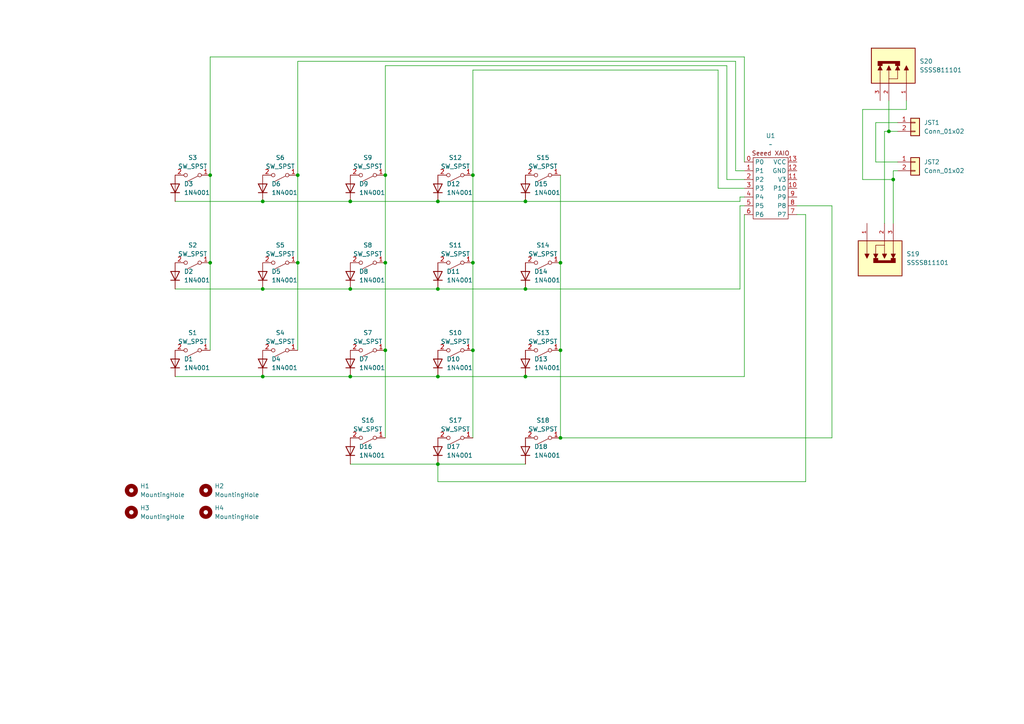
<source format=kicad_sch>
(kicad_sch (version 20231120) (generator "eeschema") (generator_version "8.0")
  (paper "A4")
  (lib_symbols
    (symbol "Connector_Generic:Conn_01x02" (pin_names (offset 1.016) hide)
      (property "Reference" "J" (at 0 2.54 0))
      (property "Value" "Conn_01x02" (at 0 -5.08 0))
      (symbol "Conn_01x02_1_1"
        (rectangle (start -1.27 -2.413) (end 0 -2.667) (stroke (width 0.1524)))
        (rectangle (start -1.27 0.127) (end 0 -0.127) (stroke (width 0.1524)))
        (rectangle (start -1.27 1.27) (end 1.27 -3.81) (stroke (width 0.254)) (fill (type background)))
        (pin passive line (at -5.08 0 0) (length 3.81) (name "Pin_1") (number "1"))
        (pin passive line (at -5.08 -2.54 0) (length 3.81) (name "Pin_2") (number "2"))
      )
    )
    (symbol "Diode:1N4001" (pin_numbers hide) (pin_names hide)
      (property "Reference" "D" (at 0 2.54 0))
      (property "Value" "1N4001" (at 0 -2.54 0))
      (symbol "1N4001_0_1"
        (polyline (pts (xy -1.27 1.27) (xy -1.27 -1.27)) (stroke (width 0.254)))
        (polyline (pts (xy 1.27 0) (xy -1.27 0)))
        (polyline (pts (xy 1.27 1.27) (xy 1.27 -1.27) (xy -1.27 0) (xy 1.27 1.27)) (stroke (width 0.254)))
      )
      (symbol "1N4001_1_1"
        (pin passive line (at -3.81 0 0) (length 2.54) (name "K") (number "1"))
        (pin passive line (at 3.81 0 180) (length 2.54) (name "A") (number "2"))
      )
    )
    (symbol "Mechanical:MountingHole" (pin_names (offset 1.016)) (exclude_from_sim yes) (in_bom no)
      (property "Reference" "H" (at 0 5.08 0))
      (property "Value" "MountingHole" (at 0 3.175 0))
      (symbol "MountingHole_0_1"
        (circle (center 0 0) (radius 1.27) (stroke (width 1.27)))
      )
    )
    (symbol "Switch:SW_SPST" (pin_names (offset 0) hide)
      (property "Reference" "SW" (at 0 3.175 0))
      (property "Value" "SW_SPST" (at 0 -2.54 0))
      (symbol "SW_SPST_0_0"
        (circle (center -2.032 0) (radius 0.508))
        (polyline (pts (xy -1.524 0.254) (xy 1.524 1.778)))
        (circle (center 2.032 0) (radius 0.508))
      )
      (symbol "SW_SPST_1_1"
        (pin passive line (at -5.08 0 0) (length 2.54) (name "A") (number "1"))
        (pin passive line (at 5.08 0 180) (length 2.54) (name "B") (number "2"))
      )
    )
    (symbol "clacken:Seeed_XAIO"
      (property "Reference" "U" (at 0 -10.16 0))
      (symbol "Seeed_XAIO_0_1"
        (rectangle (start -5.08 8.89) (end 5.08 -8.89))
      )
      (symbol "Seeed_XAIO_1_1"
        (text "Seeed XAIO" (at 0 10.16 0) (effects (font (size 1.27 1.27))))
        (pin bidirectional line (at -7.62 7.62 0) (length 2.54) (name "P0") (number "0"))
        (pin bidirectional line (at -7.62 5.08 0) (length 2.54) (name "P1") (number "1"))
        (pin bidirectional line (at 7.62 0 180) (length 2.54) (name "P10") (number "10"))
        (pin output line (at 7.62 2.54 180) (length 2.54) (name "V3") (number "11"))
        (pin output line (at 7.62 5.08 180) (length 2.54) (name "GND") (number "12"))
        (pin output line (at 7.62 7.62 180) (length 2.54) (name "VCC") (number "13"))
        (pin bidirectional line (at -7.62 2.54 0) (length 2.54) (name "P2") (number "2"))
        (pin bidirectional line (at -7.62 0 0) (length 2.54) (name "P3") (number "3"))
        (pin bidirectional line (at -7.62 -2.54 0) (length 2.54) (name "P4") (number "4"))
        (pin bidirectional line (at -7.62 -5.08 0) (length 2.54) (name "P5") (number "5"))
        (pin bidirectional line (at -7.62 -7.62 0) (length 2.54) (name "P6") (number "6"))
        (pin bidirectional line (at 7.62 -7.62 180) (length 2.54) (name "P7") (number "7"))
        (pin bidirectional line (at 7.62 -5.08 180) (length 2.54) (name "P8") (number "8"))
        (pin bidirectional line (at 7.62 -2.54 180) (length 2.54) (name "P9") (number "9"))
      )
    )
    (symbol "on-off:SSSS811101" (pin_names (offset 1.016))
      (property "Reference" "S" (at -5.08 5.715 0))
      (property "Value" "SSSS811101" (at -5.08 -10.16 0))
      (symbol "SSSS811101_0_0"
        (rectangle (start -5.08 -7.62) (end 5.08 5.08) (stroke (width 0.254)) (fill (type background)))
        (polyline (pts (xy 3.81 -2.54) (xy 1.27 -2.54)) (stroke (width 0.1524)))
        (polyline (pts (xy 3.81 0) (xy 1.27 0)) (stroke (width 0.1524)))
        (polyline (pts (xy 3.81 0) (xy 3.81 -2.54)) (stroke (width 0.1524)))
        (polyline (pts (xy 5.08 -5.08) (xy 1.27 -5.08)) (stroke (width 0.1524)))
        (polyline (pts (xy 5.08 -2.54) (xy 3.81 -2.54)) (stroke (width 0.1524)))
        (polyline (pts (xy 5.08 2.54) (xy 1.27 2.54)) (stroke (width 0.1524)))
        (polyline (pts (xy 1.27 -5.715) (xy 1.27 -4.445) (xy 0 -5.08) (xy 1.27 -5.715)) (stroke (width 0.1524)) (fill (type outline)))
        (polyline (pts (xy 1.27 -3.175) (xy 1.27 -1.905) (xy 0 -2.54) (xy 1.27 -3.175)) (stroke (width 0.1524)) (fill (type outline)))
        (polyline (pts (xy 1.27 -0.635) (xy 1.27 0.635) (xy 0 0) (xy 1.27 -0.635)) (stroke (width 0.1524)) (fill (type outline)))
        (polyline (pts (xy 1.27 1.905) (xy 1.27 3.175) (xy 0 2.54) (xy 1.27 1.905)) (stroke (width 0.1524)) (fill (type outline)))
        (polyline (pts (xy 0 -4.445) (xy 0 -5.715) (xy -1.27 -5.715) (xy -1.27 0.635) (xy 0 0.635) (xy 0 -0.635) (xy -0.635 -0.635) (xy -0.635 -4.445) (xy 0 -4.445)) (stroke (width 0.1524)) (fill (type outline)))
        (pin passive line (at 10.16 2.54 180) (length 5.08) (name "~") (number "1"))
        (pin passive line (at 10.16 -2.54 180) (length 5.08) (name "~") (number "2"))
        (pin passive line (at 10.16 -5.08 180) (length 5.08) (name "~") (number "3"))
      )
    )
  )
  (junction (at 137.16 50.8))
  (junction (at 127 109.22))
  (junction (at 76.2 83.82))
  (junction (at 137.16 76.2))
  (junction (at 127 58.42))
  (junction (at 152.4 58.42))
  (junction (at 111.76 50.8))
  (junction (at 162.56 127))
  (junction (at 257.81 38.1))
  (junction (at 127 83.82))
  (junction (at 259.08 52.07))
  (junction (at 60.96 50.8))
  (junction (at 111.76 101.6))
  (junction (at 60.96 76.2))
  (junction (at 137.16 101.6))
  (junction (at 111.76 76.2))
  (junction (at 86.36 50.8))
  (junction (at 101.6 109.22))
  (junction (at 152.4 83.82))
  (junction (at 76.2 109.22))
  (junction (at 101.6 58.42))
  (junction (at 127 134.62))
  (junction (at 76.2 58.42))
  (junction (at 101.6 83.82))
  (junction (at 152.4 109.22))
  (junction (at 86.36 76.2))
  (junction (at 162.56 101.6))
  (junction (at 162.56 76.2))
  (wire (pts (xy 101.6 58.42) (xy 127 58.42)))
  (wire (pts (xy 254 35.56) (xy 260.35 35.56)))
  (wire (pts (xy 257.81 29.21) (xy 257.81 38.1)))
  (wire (pts (xy 101.6 109.22) (xy 127 109.22)))
  (wire (pts (xy 213.36 17.78) (xy 213.36 49.53)))
  (wire (pts (xy 101.6 134.62) (xy 127 134.62)))
  (wire (pts (xy 259.08 49.53) (xy 260.35 49.53)))
  (wire (pts (xy 214.63 59.69) (xy 215.9 59.69)))
  (wire (pts (xy 241.3 127) (xy 241.3 59.69)))
  (wire (pts (xy 213.36 49.53) (xy 215.9 49.53)))
  (wire (pts (xy 210.82 19.05) (xy 210.82 52.07)))
  (wire (pts (xy 162.56 127) (xy 241.3 127)))
  (wire (pts (xy 214.63 58.42) (xy 214.63 57.15)))
  (wire (pts (xy 231.14 59.69) (xy 241.3 59.69)))
  (wire (pts (xy 259.08 52.07) (xy 259.08 49.53)))
  (wire (pts (xy 111.76 19.05) (xy 210.82 19.05)))
  (wire (pts (xy 137.16 101.6) (xy 137.16 127)))
  (wire (pts (xy 50.8 83.82) (xy 76.2 83.82)))
  (wire (pts (xy 256.54 38.1) (xy 256.54 64.77)))
  (wire (pts (xy 86.36 50.8) (xy 86.36 76.2)))
  (wire (pts (xy 210.82 52.07) (xy 215.9 52.07)))
  (wire (pts (xy 152.4 58.42) (xy 214.63 58.42)))
  (wire (pts (xy 208.28 20.32) (xy 208.28 54.61)))
  (wire (pts (xy 86.36 17.78) (xy 86.36 50.8)))
  (wire (pts (xy 250.19 31.75) (xy 250.19 52.07)))
  (wire (pts (xy 137.16 76.2) (xy 137.16 101.6)))
  (wire (pts (xy 215.9 109.22) (xy 215.9 62.23)))
  (wire (pts (xy 127 139.7) (xy 233.68 139.7)))
  (wire (pts (xy 233.68 139.7) (xy 233.68 62.23)))
  (wire (pts (xy 101.6 83.82) (xy 127 83.82)))
  (wire (pts (xy 254 46.99) (xy 254 35.56)))
  (wire (pts (xy 76.2 109.22) (xy 101.6 109.22)))
  (wire (pts (xy 208.28 54.61) (xy 215.9 54.61)))
  (wire (pts (xy 50.8 58.42) (xy 76.2 58.42)))
  (wire (pts (xy 127 109.22) (xy 152.4 109.22)))
  (wire (pts (xy 262.89 29.21) (xy 262.89 31.75)))
  (wire (pts (xy 127 58.42) (xy 152.4 58.42)))
  (wire (pts (xy 214.63 83.82) (xy 214.63 59.69)))
  (wire (pts (xy 256.54 38.1) (xy 257.81 38.1)))
  (wire (pts (xy 233.68 62.23) (xy 231.14 62.23)))
  (wire (pts (xy 152.4 109.22) (xy 215.9 109.22)))
  (wire (pts (xy 111.76 76.2) (xy 111.76 101.6)))
  (wire (pts (xy 60.96 76.2) (xy 60.96 101.6)))
  (wire (pts (xy 259.08 64.77) (xy 259.08 52.07)))
  (wire (pts (xy 50.8 109.22) (xy 76.2 109.22)))
  (wire (pts (xy 137.16 20.32) (xy 208.28 20.32)))
  (wire (pts (xy 76.2 83.82) (xy 101.6 83.82)))
  (wire (pts (xy 86.36 17.78) (xy 213.36 17.78)))
  (wire (pts (xy 86.36 76.2) (xy 86.36 101.6)))
  (wire (pts (xy 127 134.62) (xy 127 139.7)))
  (wire (pts (xy 127 134.62) (xy 152.4 134.62)))
  (wire (pts (xy 250.19 52.07) (xy 259.08 52.07)))
  (wire (pts (xy 214.63 57.15) (xy 215.9 57.15)))
  (wire (pts (xy 215.9 16.51) (xy 215.9 46.99)))
  (wire (pts (xy 257.81 38.1) (xy 260.35 38.1)))
  (wire (pts (xy 111.76 19.05) (xy 111.76 50.8)))
  (wire (pts (xy 60.96 50.8) (xy 60.96 76.2)))
  (wire (pts (xy 137.16 50.8) (xy 137.16 76.2)))
  (wire (pts (xy 152.4 83.82) (xy 214.63 83.82)))
  (wire (pts (xy 111.76 50.8) (xy 111.76 76.2)))
  (wire (pts (xy 60.96 16.51) (xy 215.9 16.51)))
  (wire (pts (xy 137.16 20.32) (xy 137.16 50.8)))
  (wire (pts (xy 162.56 101.6) (xy 162.56 127)))
  (wire (pts (xy 111.76 101.6) (xy 111.76 127)))
  (wire (pts (xy 60.96 16.51) (xy 60.96 50.8)))
  (wire (pts (xy 127 83.82) (xy 152.4 83.82)))
  (wire (pts (xy 162.56 76.2) (xy 162.56 101.6)))
  (wire (pts (xy 260.35 46.99) (xy 254 46.99)))
  (wire (pts (xy 262.89 31.75) (xy 250.19 31.75)))
  (wire (pts (xy 162.56 50.8) (xy 162.56 76.2)))
  (wire (pts (xy 76.2 58.42) (xy 101.6 58.42)))
  (symbol (lib_id "Switch:SW_SPST") (at 132.08 127 180) (unit 1)
    (property "Reference" "S17" (at 132.08 121.92 0))
    (property "Value" "SW_SPST" (at 132.08 124.46 0))
    (property "Footprint" "clackenFootprints:choc_switches" (effects (hide yes)))
    (property "Description" "Single Pole Single Throw (SPST) switch" (effects (hide yes)))
  )
  (symbol (lib_id "Mechanical:MountingHole") (at 59.69 148.59 0) (unit 1) (exclude_from_sim yes) (in_bom no)
    (property "Reference" "H4" (at 62.23 147.3199 0) (effects (justify left)))
    (property "Value" "MountingHole" (at 62.23 149.8599 0) (effects (justify left)))
    (property "Footprint" "MountingHole:MountingHole_2.2mm_M2" (effects (hide yes)))
    (property "Description" "Mounting Hole without connection" (effects (hide yes)))
  )
  (symbol (lib_id "Diode:1N4001") (at 127 54.61 90) (unit 1)
    (property "Reference" "D12" (at 129.54 53.3399 90) (effects (justify right)))
    (property "Value" "1N4001" (at 129.54 55.8799 90) (effects (justify right)))
    (property "Footprint" "clackenFootprints:reversable_diode" (effects (hide yes)))
    (property "Datasheet" "http://www.vishay.com/docs/88503/1n4001.pdf" (effects (hide yes)))
    (property "Description" "50V 1A General Purpose Rectifier Diode, DO-41" (effects (hide yes)))
    (property "Sim.Device" "D" (effects (hide yes)))
    (property "Sim.Pins" "1=K 2=A" (effects (hide yes)))
  )
  (symbol (lib_id "Diode:1N4001") (at 101.6 130.81 90) (unit 1)
    (property "Reference" "D16" (at 104.14 129.5399 90) (effects (justify right)))
    (property "Value" "1N4001" (at 104.14 132.0799 90) (effects (justify right)))
    (property "Footprint" "clackenFootprints:reversable_diode" (effects (hide yes)))
    (property "Datasheet" "http://www.vishay.com/docs/88503/1n4001.pdf" (effects (hide yes)))
    (property "Description" "50V 1A General Purpose Rectifier Diode, DO-41" (effects (hide yes)))
    (property "Sim.Device" "D" (effects (hide yes)))
    (property "Sim.Pins" "1=K 2=A" (effects (hide yes)))
  )
  (symbol (lib_id "Switch:SW_SPST") (at 106.68 50.8 180) (unit 1)
    (property "Reference" "S9" (at 106.68 45.72 0))
    (property "Value" "SW_SPST" (at 106.68 48.26 0))
    (property "Footprint" "clackenFootprints:choc_switches" (effects (hide yes)))
    (property "Description" "Single Pole Single Throw (SPST) switch" (effects (hide yes)))
  )
  (symbol (lib_id "Diode:1N4001") (at 101.6 80.01 90) (unit 1)
    (property "Reference" "D8" (at 104.14 78.7399 90) (effects (justify right)))
    (property "Value" "1N4001" (at 104.14 81.2799 90) (effects (justify right)))
    (property "Footprint" "clackenFootprints:reversable_diode" (effects (hide yes)))
    (property "Datasheet" "http://www.vishay.com/docs/88503/1n4001.pdf" (effects (hide yes)))
    (property "Description" "50V 1A General Purpose Rectifier Diode, DO-41" (effects (hide yes)))
    (property "Sim.Device" "D" (effects (hide yes)))
    (property "Sim.Pins" "1=K 2=A" (effects (hide yes)))
  )
  (symbol (lib_id "Switch:SW_SPST") (at 106.68 76.2 180) (unit 1)
    (property "Reference" "S8" (at 106.68 71.12 0))
    (property "Value" "SW_SPST" (at 106.68 73.66 0))
    (property "Footprint" "clackenFootprints:choc_switches" (effects (hide yes)))
    (property "Description" "Single Pole Single Throw (SPST) switch" (effects (hide yes)))
  )
  (symbol (lib_id "Switch:SW_SPST") (at 157.48 127 180) (unit 1)
    (property "Reference" "S18" (at 157.48 121.92 0))
    (property "Value" "SW_SPST" (at 157.48 124.46 0))
    (property "Footprint" "clackenFootprints:choc_switches" (effects (hide yes)))
    (property "Description" "Single Pole Single Throw (SPST) switch" (effects (hide yes)))
  )
  (symbol (lib_id "clacken:Seeed_XAIO") (at 223.52 54.61 0) (unit 1)
    (property "Reference" "U1" (at 223.52 39.37 0))
    (property "Value" "~" (at 223.52 41.91 0))
    (property "Footprint" "clackenFootprints:seeed_xaio" (effects (hide yes)))
  )
  (symbol (lib_id "on-off:SSSS811101") (at 254 74.93 90) (unit 1)
    (property "Reference" "S19" (at 262.89 73.6599 90) (effects (justify right)))
    (property "Value" "SSSS811101" (at 262.89 76.1999 90) (effects (justify right)))
    (property "Footprint" "onOffFootprint:SW_SSSS811101" (effects (hide yes)))
    (property "PARTREV" "N/A" (effects (hide yes)))
    (property "STANDARD" "Manufacturer Recommendations" (effects (hide yes)))
    (property "MAXIMUM_PACKAGE_HEIGHT" "1.60 mm" (effects (hide yes)))
    (property "MANUFACTURER" "ALPS" (effects (hide yes)))
  )
  (symbol (lib_id "Diode:1N4001") (at 152.4 130.81 90) (unit 1)
    (property "Reference" "D18" (at 154.94 129.5399 90) (effects (justify right)))
    (property "Value" "1N4001" (at 154.94 132.0799 90) (effects (justify right)))
    (property "Footprint" "clackenFootprints:reversable_diode" (effects (hide yes)))
    (property "Datasheet" "http://www.vishay.com/docs/88503/1n4001.pdf" (effects (hide yes)))
    (property "Description" "50V 1A General Purpose Rectifier Diode, DO-41" (effects (hide yes)))
    (property "Sim.Device" "D" (effects (hide yes)))
    (property "Sim.Pins" "1=K 2=A" (effects (hide yes)))
  )
  (symbol (lib_id "Diode:1N4001") (at 101.6 105.41 90) (unit 1)
    (property "Reference" "D7" (at 104.14 104.1399 90) (effects (justify right)))
    (property "Value" "1N4001" (at 104.14 106.6799 90) (effects (justify right)))
    (property "Footprint" "clackenFootprints:reversable_diode" (effects (hide yes)))
    (property "Datasheet" "http://www.vishay.com/docs/88503/1n4001.pdf" (effects (hide yes)))
    (property "Description" "50V 1A General Purpose Rectifier Diode, DO-41" (effects (hide yes)))
    (property "Sim.Device" "D" (effects (hide yes)))
    (property "Sim.Pins" "1=K 2=A" (effects (hide yes)))
  )
  (symbol (lib_id "Switch:SW_SPST") (at 157.48 50.8 180) (unit 1)
    (property "Reference" "S15" (at 157.48 45.72 0))
    (property "Value" "SW_SPST" (at 157.48 48.26 0))
    (property "Footprint" "clackenFootprints:choc_switches" (effects (hide yes)))
    (property "Description" "Single Pole Single Throw (SPST) switch" (effects (hide yes)))
  )
  (symbol (lib_id "Mechanical:MountingHole") (at 38.1 142.24 0) (unit 1) (exclude_from_sim yes) (in_bom no)
    (property "Reference" "H1" (at 40.64 140.9699 0) (effects (justify left)))
    (property "Value" "MountingHole" (at 40.64 143.5099 0) (effects (justify left)))
    (property "Footprint" "MountingHole:MountingHole_2.2mm_M2" (effects (hide yes)))
    (property "Description" "Mounting Hole without connection" (effects (hide yes)))
  )
  (symbol (lib_id "Switch:SW_SPST") (at 157.48 76.2 180) (unit 1)
    (property "Reference" "S14" (at 157.48 71.12 0))
    (property "Value" "SW_SPST" (at 157.48 73.66 0))
    (property "Footprint" "clackenFootprints:choc_switches" (effects (hide yes)))
    (property "Description" "Single Pole Single Throw (SPST) switch" (effects (hide yes)))
  )
  (symbol (lib_id "Switch:SW_SPST") (at 81.28 101.6 180) (unit 1)
    (property "Reference" "S4" (at 81.28 96.52 0))
    (property "Value" "SW_SPST" (at 81.28 99.06 0))
    (property "Footprint" "clackenFootprints:choc_switches" (effects (hide yes)))
    (property "Description" "Single Pole Single Throw (SPST) switch" (effects (hide yes)))
  )
  (symbol (lib_id "Diode:1N4001") (at 50.8 105.41 90) (unit 1)
    (property "Reference" "D1" (at 53.34 104.1399 90) (effects (justify right)))
    (property "Value" "1N4001" (at 53.34 106.6799 90) (effects (justify right)))
    (property "Footprint" "clackenFootprints:reversable_diode" (effects (hide yes)))
    (property "Datasheet" "http://www.vishay.com/docs/88503/1n4001.pdf" (effects (hide yes)))
    (property "Description" "50V 1A General Purpose Rectifier Diode, DO-41" (effects (hide yes)))
    (property "Sim.Device" "D" (effects (hide yes)))
    (property "Sim.Pins" "1=K 2=A" (effects (hide yes)))
  )
  (symbol (lib_id "Switch:SW_SPST") (at 55.88 101.6 180) (unit 1)
    (property "Reference" "S1" (at 55.88 96.52 0))
    (property "Value" "SW_SPST" (at 55.88 99.06 0))
    (property "Footprint" "clackenFootprints:choc_switches" (effects (hide yes)))
    (property "Description" "Single Pole Single Throw (SPST) switch" (effects (hide yes)))
  )
  (symbol (lib_id "Switch:SW_SPST") (at 132.08 50.8 180) (unit 1)
    (property "Reference" "S12" (at 132.08 45.72 0))
    (property "Value" "SW_SPST" (at 132.08 48.26 0))
    (property "Footprint" "clackenFootprints:choc_switches" (effects (hide yes)))
    (property "Description" "Single Pole Single Throw (SPST) switch" (effects (hide yes)))
  )
  (symbol (lib_id "Diode:1N4001") (at 101.6 54.61 90) (unit 1)
    (property "Reference" "D9" (at 104.14 53.3399 90) (effects (justify right)))
    (property "Value" "1N4001" (at 104.14 55.8799 90) (effects (justify right)))
    (property "Footprint" "clackenFootprints:reversable_diode" (effects (hide yes)))
    (property "Datasheet" "http://www.vishay.com/docs/88503/1n4001.pdf" (effects (hide yes)))
    (property "Description" "50V 1A General Purpose Rectifier Diode, DO-41" (effects (hide yes)))
    (property "Sim.Device" "D" (effects (hide yes)))
    (property "Sim.Pins" "1=K 2=A" (effects (hide yes)))
  )
  (symbol (lib_id "Diode:1N4001") (at 127 105.41 90) (unit 1)
    (property "Reference" "D10" (at 129.54 104.1399 90) (effects (justify right)))
    (property "Value" "1N4001" (at 129.54 106.6799 90) (effects (justify right)))
    (property "Footprint" "clackenFootprints:reversable_diode" (effects (hide yes)))
    (property "Datasheet" "http://www.vishay.com/docs/88503/1n4001.pdf" (effects (hide yes)))
    (property "Description" "50V 1A General Purpose Rectifier Diode, DO-41" (effects (hide yes)))
    (property "Sim.Device" "D" (effects (hide yes)))
    (property "Sim.Pins" "1=K 2=A" (effects (hide yes)))
  )
  (symbol (lib_id "Connector_Generic:Conn_01x02") (at 265.43 35.56 0) (unit 1)
    (property "Reference" "JST1" (at 267.97 35.5599 0) (effects (justify left)))
    (property "Value" "Conn_01x02" (at 267.97 38.0999 0) (effects (justify left)))
    (property "Footprint" "clackenFootprints:JST_angled" (effects (hide yes)))
    (property "Description" "Generic connector, single row, 01x02, script generated (kicad-library-utils/schlib/autogen/connector/)" (effects (hide yes)))
  )
  (symbol (lib_id "Diode:1N4001") (at 127 80.01 90) (unit 1)
    (property "Reference" "D11" (at 129.54 78.7399 90) (effects (justify right)))
    (property "Value" "1N4001" (at 129.54 81.2799 90) (effects (justify right)))
    (property "Footprint" "clackenFootprints:reversable_diode" (effects (hide yes)))
    (property "Datasheet" "http://www.vishay.com/docs/88503/1n4001.pdf" (effects (hide yes)))
    (property "Description" "50V 1A General Purpose Rectifier Diode, DO-41" (effects (hide yes)))
    (property "Sim.Device" "D" (effects (hide yes)))
    (property "Sim.Pins" "1=K 2=A" (effects (hide yes)))
  )
  (symbol (lib_id "Mechanical:MountingHole") (at 59.69 142.24 0) (unit 1) (exclude_from_sim yes) (in_bom no)
    (property "Reference" "H2" (at 62.23 140.9699 0) (effects (justify left)))
    (property "Value" "MountingHole" (at 62.23 143.5099 0) (effects (justify left)))
    (property "Footprint" "MountingHole:MountingHole_2.2mm_M2" (effects (hide yes)))
    (property "Description" "Mounting Hole without connection" (effects (hide yes)))
  )
  (symbol (lib_id "Switch:SW_SPST") (at 132.08 76.2 180) (unit 1)
    (property "Reference" "S11" (at 132.08 71.12 0))
    (property "Value" "SW_SPST" (at 132.08 73.66 0))
    (property "Footprint" "clackenFootprints:choc_switches" (effects (hide yes)))
    (property "Description" "Single Pole Single Throw (SPST) switch" (effects (hide yes)))
  )
  (symbol (lib_id "Switch:SW_SPST") (at 106.68 127 180) (unit 1)
    (property "Reference" "S16" (at 106.68 121.92 0))
    (property "Value" "SW_SPST" (at 106.68 124.46 0))
    (property "Footprint" "clackenFootprints:choc_switches" (effects (hide yes)))
    (property "Description" "Single Pole Single Throw (SPST) switch" (effects (hide yes)))
  )
  (symbol (lib_id "Diode:1N4001") (at 76.2 54.61 90) (unit 1)
    (property "Reference" "D6" (at 78.74 53.3399 90) (effects (justify right)))
    (property "Value" "1N4001" (at 78.74 55.8799 90) (effects (justify right)))
    (property "Footprint" "clackenFootprints:reversable_diode" (effects (hide yes)))
    (property "Datasheet" "http://www.vishay.com/docs/88503/1n4001.pdf" (effects (hide yes)))
    (property "Description" "50V 1A General Purpose Rectifier Diode, DO-41" (effects (hide yes)))
    (property "Sim.Device" "D" (effects (hide yes)))
    (property "Sim.Pins" "1=K 2=A" (effects (hide yes)))
  )
  (symbol (lib_id "Switch:SW_SPST") (at 132.08 101.6 180) (unit 1)
    (property "Reference" "S10" (at 132.08 96.52 0))
    (property "Value" "SW_SPST" (at 132.08 99.06 0))
    (property "Footprint" "clackenFootprints:choc_switches" (effects (hide yes)))
    (property "Description" "Single Pole Single Throw (SPST) switch" (effects (hide yes)))
  )
  (symbol (lib_id "Diode:1N4001") (at 152.4 105.41 90) (unit 1)
    (property "Reference" "D13" (at 154.94 104.1399 90) (effects (justify right)))
    (property "Value" "1N4001" (at 154.94 106.6799 90) (effects (justify right)))
    (property "Footprint" "clackenFootprints:reversable_diode" (effects (hide yes)))
    (property "Datasheet" "http://www.vishay.com/docs/88503/1n4001.pdf" (effects (hide yes)))
    (property "Description" "50V 1A General Purpose Rectifier Diode, DO-41" (effects (hide yes)))
    (property "Sim.Device" "D" (effects (hide yes)))
    (property "Sim.Pins" "1=K 2=A" (effects (hide yes)))
  )
  (symbol (lib_id "Diode:1N4001") (at 50.8 80.01 90) (unit 1)
    (property "Reference" "D2" (at 53.34 78.7399 90) (effects (justify right)))
    (property "Value" "1N4001" (at 53.34 81.2799 90) (effects (justify right)))
    (property "Footprint" "clackenFootprints:reversable_diode" (effects (hide yes)))
    (property "Datasheet" "http://www.vishay.com/docs/88503/1n4001.pdf" (effects (hide yes)))
    (property "Description" "50V 1A General Purpose Rectifier Diode, DO-41" (effects (hide yes)))
    (property "Sim.Device" "D" (effects (hide yes)))
    (property "Sim.Pins" "1=K 2=A" (effects (hide yes)))
  )
  (symbol (lib_id "Diode:1N4001") (at 127 130.81 90) (unit 1)
    (property "Reference" "D17" (at 129.54 129.5399 90) (effects (justify right)))
    (property "Value" "1N4001" (at 129.54 132.0799 90) (effects (justify right)))
    (property "Footprint" "clackenFootprints:reversable_diode" (effects (hide yes)))
    (property "Datasheet" "http://www.vishay.com/docs/88503/1n4001.pdf" (effects (hide yes)))
    (property "Description" "50V 1A General Purpose Rectifier Diode, DO-41" (effects (hide yes)))
    (property "Sim.Device" "D" (effects (hide yes)))
    (property "Sim.Pins" "1=K 2=A" (effects (hide yes)))
  )
  (symbol (lib_id "Switch:SW_SPST") (at 55.88 50.8 180) (unit 1)
    (property "Reference" "S3" (at 55.88 45.72 0))
    (property "Value" "SW_SPST" (at 55.88 48.26 0))
    (property "Footprint" "clackenFootprints:choc_switches" (effects (hide yes)))
    (property "Description" "Single Pole Single Throw (SPST) switch" (effects (hide yes)))
  )
  (symbol (lib_id "Diode:1N4001") (at 152.4 54.61 90) (unit 1)
    (property "Reference" "D15" (at 154.94 53.3399 90) (effects (justify right)))
    (property "Value" "1N4001" (at 154.94 55.8799 90) (effects (justify right)))
    (property "Footprint" "clackenFootprints:reversable_diode" (effects (hide yes)))
    (property "Datasheet" "http://www.vishay.com/docs/88503/1n4001.pdf" (effects (hide yes)))
    (property "Description" "50V 1A General Purpose Rectifier Diode, DO-41" (effects (hide yes)))
    (property "Sim.Device" "D" (effects (hide yes)))
    (property "Sim.Pins" "1=K 2=A" (effects (hide yes)))
  )
  (symbol (lib_id "on-off:SSSS811101") (at 260.35 19.05 270) (unit 1)
    (property "Reference" "S20" (at 266.7 17.7799 90) (effects (justify left)))
    (property "Value" "SSSS811101" (at 266.7 20.3199 90) (effects (justify left)))
    (property "Footprint" "onOffFootprint:SW_SSSS811101" (effects (hide yes)))
    (property "PARTREV" "N/A" (effects (hide yes)))
    (property "STANDARD" "Manufacturer Recommendations" (effects (hide yes)))
    (property "MAXIMUM_PACKAGE_HEIGHT" "1.60 mm" (effects (hide yes)))
    (property "MANUFACTURER" "ALPS" (effects (hide yes)))
  )
  (symbol (lib_id "Connector_Generic:Conn_01x02") (at 265.43 46.99 0) (unit 1)
    (property "Reference" "JST2" (at 267.97 46.9899 0) (effects (justify left)))
    (property "Value" "Conn_01x02" (at 267.97 49.5299 0) (effects (justify left)))
    (property "Footprint" "clackenFootprints:JST_angled" (effects (hide yes)))
    (property "Description" "Generic connector, single row, 01x02, script generated (kicad-library-utils/schlib/autogen/connector/)" (effects (hide yes)))
  )
  (symbol (lib_id "Switch:SW_SPST") (at 157.48 101.6 180) (unit 1)
    (property "Reference" "S13" (at 157.48 96.52 0))
    (property "Value" "SW_SPST" (at 157.48 99.06 0))
    (property "Footprint" "clackenFootprints:choc_switches" (effects (hide yes)))
    (property "Description" "Single Pole Single Throw (SPST) switch" (effects (hide yes)))
  )
  (symbol (lib_id "Mechanical:MountingHole") (at 38.1 148.59 0) (unit 1) (exclude_from_sim yes) (in_bom no)
    (property "Reference" "H3" (at 40.64 147.3199 0) (effects (justify left)))
    (property "Value" "MountingHole" (at 40.64 149.8599 0) (effects (justify left)))
    (property "Footprint" "MountingHole:MountingHole_2.2mm_M2" (effects (hide yes)))
    (property "Description" "Mounting Hole without connection" (effects (hide yes)))
  )
  (symbol (lib_id "Switch:SW_SPST") (at 81.28 76.2 180) (unit 1)
    (property "Reference" "S5" (at 81.28 71.12 0))
    (property "Value" "SW_SPST" (at 81.28 73.66 0))
    (property "Footprint" "clackenFootprints:choc_switches" (effects (hide yes)))
    (property "Description" "Single Pole Single Throw (SPST) switch" (effects (hide yes)))
  )
  (symbol (lib_id "Diode:1N4001") (at 76.2 105.41 90) (unit 1)
    (property "Reference" "D4" (at 78.74 104.1399 90) (effects (justify right)))
    (property "Value" "1N4001" (at 78.74 106.6799 90) (effects (justify right)))
    (property "Footprint" "clackenFootprints:reversable_diode" (effects (hide yes)))
    (property "Datasheet" "http://www.vishay.com/docs/88503/1n4001.pdf" (effects (hide yes)))
    (property "Description" "50V 1A General Purpose Rectifier Diode, DO-41" (effects (hide yes)))
    (property "Sim.Device" "D" (effects (hide yes)))
    (property "Sim.Pins" "1=K 2=A" (effects (hide yes)))
  )
  (symbol (lib_id "Diode:1N4001") (at 152.4 80.01 90) (unit 1)
    (property "Reference" "D14" (at 154.94 78.7399 90) (effects (justify right)))
    (property "Value" "1N4001" (at 154.94 81.2799 90) (effects (justify right)))
    (property "Footprint" "clackenFootprints:reversable_diode" (effects (hide yes)))
    (property "Datasheet" "http://www.vishay.com/docs/88503/1n4001.pdf" (effects (hide yes)))
    (property "Description" "50V 1A General Purpose Rectifier Diode, DO-41" (effects (hide yes)))
    (property "Sim.Device" "D" (effects (hide yes)))
    (property "Sim.Pins" "1=K 2=A" (effects (hide yes)))
  )
  (symbol (lib_id "Switch:SW_SPST") (at 106.68 101.6 180) (unit 1)
    (property "Reference" "S7" (at 106.68 96.52 0))
    (property "Value" "SW_SPST" (at 106.68 99.06 0))
    (property "Footprint" "clackenFootprints:choc_switches" (effects (hide yes)))
    (property "Description" "Single Pole Single Throw (SPST) switch" (effects (hide yes)))
  )
  (symbol (lib_id "Diode:1N4001") (at 50.8 54.61 90) (unit 1)
    (property "Reference" "D3" (at 53.34 53.3399 90) (effects (justify right)))
    (property "Value" "1N4001" (at 53.34 55.8799 90) (effects (justify right)))
    (property "Footprint" "clackenFootprints:reversable_diode" (effects (hide yes)))
    (property "Datasheet" "http://www.vishay.com/docs/88503/1n4001.pdf" (effects (hide yes)))
    (property "Description" "50V 1A General Purpose Rectifier Diode, DO-41" (effects (hide yes)))
    (property "Sim.Device" "D" (effects (hide yes)))
    (property "Sim.Pins" "1=K 2=A" (effects (hide yes)))
  )
  (symbol (lib_id "Switch:SW_SPST") (at 81.28 50.8 180) (unit 1)
    (property "Reference" "S6" (at 81.28 45.72 0))
    (property "Value" "SW_SPST" (at 81.28 48.26 0))
    (property "Footprint" "clackenFootprints:choc_switches" (effects (hide yes)))
    (property "Description" "Single Pole Single Throw (SPST) switch" (effects (hide yes)))
  )
  (symbol (lib_id "Diode:1N4001") (at 76.2 80.01 90) (unit 1)
    (property "Reference" "D5" (at 78.74 78.7399 90) (effects (justify right)))
    (property "Value" "1N4001" (at 78.74 81.2799 90) (effects (justify right)))
    (property "Footprint" "clackenFootprints:reversable_diode" (effects (hide yes)))
    (property "Datasheet" "http://www.vishay.com/docs/88503/1n4001.pdf" (effects (hide yes)))
    (property "Description" "50V 1A General Purpose Rectifier Diode, DO-41" (effects (hide yes)))
    (property "Sim.Device" "D" (effects (hide yes)))
    (property "Sim.Pins" "1=K 2=A" (effects (hide yes)))
  )
  (symbol (lib_id "Switch:SW_SPST") (at 55.88 76.2 180) (unit 1)
    (property "Reference" "S2" (at 55.88 71.12 0))
    (property "Value" "SW_SPST" (at 55.88 73.66 0))
    (property "Footprint" "clackenFootprints:choc_switches" (effects (hide yes)))
    (property "Description" "Single Pole Single Throw (SPST) switch" (effects (hide yes)))
  )
)
</source>
